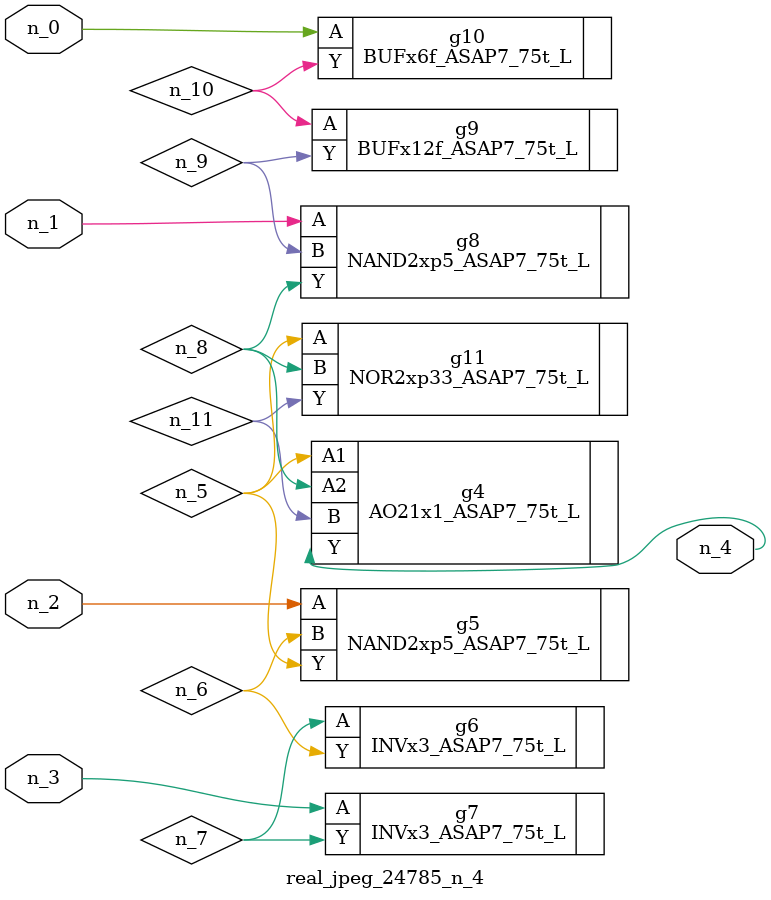
<source format=v>
module real_jpeg_24785_n_4 (n_3, n_1, n_0, n_2, n_4);

input n_3;
input n_1;
input n_0;
input n_2;

output n_4;

wire n_5;
wire n_8;
wire n_11;
wire n_6;
wire n_7;
wire n_10;
wire n_9;

BUFx6f_ASAP7_75t_L g10 ( 
.A(n_0),
.Y(n_10)
);

NAND2xp5_ASAP7_75t_L g8 ( 
.A(n_1),
.B(n_9),
.Y(n_8)
);

NAND2xp5_ASAP7_75t_L g5 ( 
.A(n_2),
.B(n_6),
.Y(n_5)
);

INVx3_ASAP7_75t_L g7 ( 
.A(n_3),
.Y(n_7)
);

AO21x1_ASAP7_75t_L g4 ( 
.A1(n_5),
.A2(n_8),
.B(n_11),
.Y(n_4)
);

NOR2xp33_ASAP7_75t_L g11 ( 
.A(n_5),
.B(n_8),
.Y(n_11)
);

INVx3_ASAP7_75t_L g6 ( 
.A(n_7),
.Y(n_6)
);

BUFx12f_ASAP7_75t_L g9 ( 
.A(n_10),
.Y(n_9)
);


endmodule
</source>
